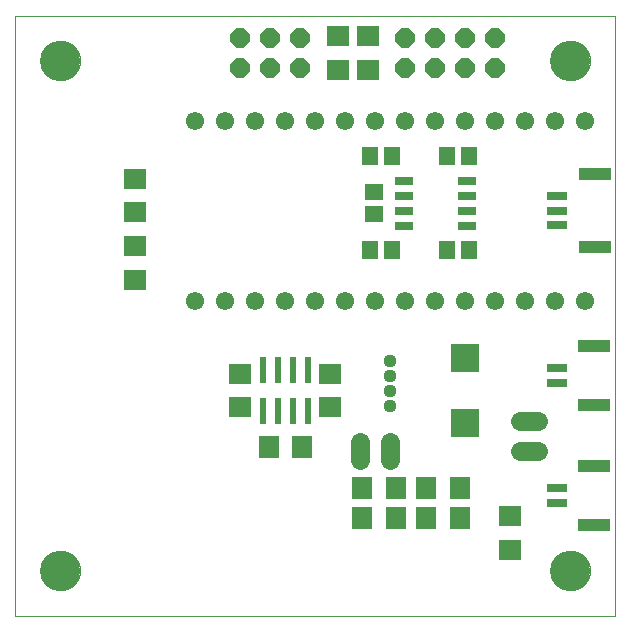
<source format=gts>
G75*
%MOIN*%
%OFA0B0*%
%FSLAX25Y25*%
%IPPOS*%
%LPD*%
%AMOC8*
5,1,8,0,0,1.08239X$1,22.5*
%
%ADD10C,0.00300*%
%ADD11C,0.04400*%
%ADD12C,0.06400*%
%ADD13R,0.02369X0.09061*%
%ADD14R,0.07498X0.06699*%
%ADD15R,0.06699X0.07498*%
%ADD16R,0.06699X0.07487*%
%ADD17R,0.07487X0.06699*%
%ADD18C,0.00000*%
%ADD19C,0.13400*%
%ADD20R,0.09400X0.09400*%
%ADD21OC8,0.06400*%
%ADD22R,0.05518X0.06306*%
%ADD23C,0.06100*%
%ADD24R,0.06400X0.02800*%
%ADD25R,0.06306X0.05518*%
%ADD26R,0.07093X0.02762*%
%ADD27R,0.11030X0.04337*%
D10*
X0270000Y0430000D02*
X0270000Y0630000D01*
X0470000Y0630000D01*
X0470000Y0430000D01*
X0270000Y0430000D01*
D11*
X0395000Y0500000D03*
X0395000Y0505000D03*
X0395000Y0510000D03*
X0395000Y0515000D03*
D12*
X0395000Y0488000D02*
X0395000Y0482000D01*
X0385000Y0482000D02*
X0385000Y0488000D01*
X0438250Y0485000D02*
X0444250Y0485000D01*
X0444250Y0495000D02*
X0438250Y0495000D01*
D13*
X0367382Y0498307D03*
X0362461Y0498307D03*
X0357539Y0498307D03*
X0352618Y0498307D03*
X0352618Y0511693D03*
X0357539Y0511693D03*
X0362461Y0511693D03*
X0367382Y0511693D03*
D14*
X0310000Y0541902D03*
X0310000Y0553098D03*
X0310000Y0564402D03*
X0310000Y0575598D03*
X0377500Y0611902D03*
X0387500Y0611902D03*
X0387500Y0623098D03*
X0377500Y0623098D03*
X0435000Y0463098D03*
X0435000Y0451902D03*
D15*
X0418098Y0462500D03*
X0418098Y0472500D03*
X0406902Y0472500D03*
X0406902Y0462500D03*
X0396848Y0462500D03*
X0396848Y0472500D03*
X0385652Y0472500D03*
X0385652Y0462500D03*
D16*
X0365512Y0486250D03*
X0354488Y0486250D03*
D17*
X0345000Y0499488D03*
X0345000Y0510512D03*
X0375000Y0510512D03*
X0375000Y0499488D03*
D18*
X0448500Y0445000D02*
X0448502Y0445161D01*
X0448508Y0445321D01*
X0448518Y0445482D01*
X0448532Y0445642D01*
X0448550Y0445802D01*
X0448571Y0445961D01*
X0448597Y0446120D01*
X0448627Y0446278D01*
X0448660Y0446435D01*
X0448698Y0446592D01*
X0448739Y0446747D01*
X0448784Y0446901D01*
X0448833Y0447054D01*
X0448886Y0447206D01*
X0448942Y0447357D01*
X0449003Y0447506D01*
X0449066Y0447654D01*
X0449134Y0447800D01*
X0449205Y0447944D01*
X0449279Y0448086D01*
X0449357Y0448227D01*
X0449439Y0448365D01*
X0449524Y0448502D01*
X0449612Y0448636D01*
X0449704Y0448768D01*
X0449799Y0448898D01*
X0449897Y0449026D01*
X0449998Y0449151D01*
X0450102Y0449273D01*
X0450209Y0449393D01*
X0450319Y0449510D01*
X0450432Y0449625D01*
X0450548Y0449736D01*
X0450667Y0449845D01*
X0450788Y0449950D01*
X0450912Y0450053D01*
X0451038Y0450153D01*
X0451166Y0450249D01*
X0451297Y0450342D01*
X0451431Y0450432D01*
X0451566Y0450519D01*
X0451704Y0450602D01*
X0451843Y0450682D01*
X0451985Y0450758D01*
X0452128Y0450831D01*
X0452273Y0450900D01*
X0452420Y0450966D01*
X0452568Y0451028D01*
X0452718Y0451086D01*
X0452869Y0451141D01*
X0453022Y0451192D01*
X0453176Y0451239D01*
X0453331Y0451282D01*
X0453487Y0451321D01*
X0453643Y0451357D01*
X0453801Y0451388D01*
X0453959Y0451416D01*
X0454118Y0451440D01*
X0454278Y0451460D01*
X0454438Y0451476D01*
X0454598Y0451488D01*
X0454759Y0451496D01*
X0454920Y0451500D01*
X0455080Y0451500D01*
X0455241Y0451496D01*
X0455402Y0451488D01*
X0455562Y0451476D01*
X0455722Y0451460D01*
X0455882Y0451440D01*
X0456041Y0451416D01*
X0456199Y0451388D01*
X0456357Y0451357D01*
X0456513Y0451321D01*
X0456669Y0451282D01*
X0456824Y0451239D01*
X0456978Y0451192D01*
X0457131Y0451141D01*
X0457282Y0451086D01*
X0457432Y0451028D01*
X0457580Y0450966D01*
X0457727Y0450900D01*
X0457872Y0450831D01*
X0458015Y0450758D01*
X0458157Y0450682D01*
X0458296Y0450602D01*
X0458434Y0450519D01*
X0458569Y0450432D01*
X0458703Y0450342D01*
X0458834Y0450249D01*
X0458962Y0450153D01*
X0459088Y0450053D01*
X0459212Y0449950D01*
X0459333Y0449845D01*
X0459452Y0449736D01*
X0459568Y0449625D01*
X0459681Y0449510D01*
X0459791Y0449393D01*
X0459898Y0449273D01*
X0460002Y0449151D01*
X0460103Y0449026D01*
X0460201Y0448898D01*
X0460296Y0448768D01*
X0460388Y0448636D01*
X0460476Y0448502D01*
X0460561Y0448365D01*
X0460643Y0448227D01*
X0460721Y0448086D01*
X0460795Y0447944D01*
X0460866Y0447800D01*
X0460934Y0447654D01*
X0460997Y0447506D01*
X0461058Y0447357D01*
X0461114Y0447206D01*
X0461167Y0447054D01*
X0461216Y0446901D01*
X0461261Y0446747D01*
X0461302Y0446592D01*
X0461340Y0446435D01*
X0461373Y0446278D01*
X0461403Y0446120D01*
X0461429Y0445961D01*
X0461450Y0445802D01*
X0461468Y0445642D01*
X0461482Y0445482D01*
X0461492Y0445321D01*
X0461498Y0445161D01*
X0461500Y0445000D01*
X0461498Y0444839D01*
X0461492Y0444679D01*
X0461482Y0444518D01*
X0461468Y0444358D01*
X0461450Y0444198D01*
X0461429Y0444039D01*
X0461403Y0443880D01*
X0461373Y0443722D01*
X0461340Y0443565D01*
X0461302Y0443408D01*
X0461261Y0443253D01*
X0461216Y0443099D01*
X0461167Y0442946D01*
X0461114Y0442794D01*
X0461058Y0442643D01*
X0460997Y0442494D01*
X0460934Y0442346D01*
X0460866Y0442200D01*
X0460795Y0442056D01*
X0460721Y0441914D01*
X0460643Y0441773D01*
X0460561Y0441635D01*
X0460476Y0441498D01*
X0460388Y0441364D01*
X0460296Y0441232D01*
X0460201Y0441102D01*
X0460103Y0440974D01*
X0460002Y0440849D01*
X0459898Y0440727D01*
X0459791Y0440607D01*
X0459681Y0440490D01*
X0459568Y0440375D01*
X0459452Y0440264D01*
X0459333Y0440155D01*
X0459212Y0440050D01*
X0459088Y0439947D01*
X0458962Y0439847D01*
X0458834Y0439751D01*
X0458703Y0439658D01*
X0458569Y0439568D01*
X0458434Y0439481D01*
X0458296Y0439398D01*
X0458157Y0439318D01*
X0458015Y0439242D01*
X0457872Y0439169D01*
X0457727Y0439100D01*
X0457580Y0439034D01*
X0457432Y0438972D01*
X0457282Y0438914D01*
X0457131Y0438859D01*
X0456978Y0438808D01*
X0456824Y0438761D01*
X0456669Y0438718D01*
X0456513Y0438679D01*
X0456357Y0438643D01*
X0456199Y0438612D01*
X0456041Y0438584D01*
X0455882Y0438560D01*
X0455722Y0438540D01*
X0455562Y0438524D01*
X0455402Y0438512D01*
X0455241Y0438504D01*
X0455080Y0438500D01*
X0454920Y0438500D01*
X0454759Y0438504D01*
X0454598Y0438512D01*
X0454438Y0438524D01*
X0454278Y0438540D01*
X0454118Y0438560D01*
X0453959Y0438584D01*
X0453801Y0438612D01*
X0453643Y0438643D01*
X0453487Y0438679D01*
X0453331Y0438718D01*
X0453176Y0438761D01*
X0453022Y0438808D01*
X0452869Y0438859D01*
X0452718Y0438914D01*
X0452568Y0438972D01*
X0452420Y0439034D01*
X0452273Y0439100D01*
X0452128Y0439169D01*
X0451985Y0439242D01*
X0451843Y0439318D01*
X0451704Y0439398D01*
X0451566Y0439481D01*
X0451431Y0439568D01*
X0451297Y0439658D01*
X0451166Y0439751D01*
X0451038Y0439847D01*
X0450912Y0439947D01*
X0450788Y0440050D01*
X0450667Y0440155D01*
X0450548Y0440264D01*
X0450432Y0440375D01*
X0450319Y0440490D01*
X0450209Y0440607D01*
X0450102Y0440727D01*
X0449998Y0440849D01*
X0449897Y0440974D01*
X0449799Y0441102D01*
X0449704Y0441232D01*
X0449612Y0441364D01*
X0449524Y0441498D01*
X0449439Y0441635D01*
X0449357Y0441773D01*
X0449279Y0441914D01*
X0449205Y0442056D01*
X0449134Y0442200D01*
X0449066Y0442346D01*
X0449003Y0442494D01*
X0448942Y0442643D01*
X0448886Y0442794D01*
X0448833Y0442946D01*
X0448784Y0443099D01*
X0448739Y0443253D01*
X0448698Y0443408D01*
X0448660Y0443565D01*
X0448627Y0443722D01*
X0448597Y0443880D01*
X0448571Y0444039D01*
X0448550Y0444198D01*
X0448532Y0444358D01*
X0448518Y0444518D01*
X0448508Y0444679D01*
X0448502Y0444839D01*
X0448500Y0445000D01*
X0448500Y0615000D02*
X0448502Y0615161D01*
X0448508Y0615321D01*
X0448518Y0615482D01*
X0448532Y0615642D01*
X0448550Y0615802D01*
X0448571Y0615961D01*
X0448597Y0616120D01*
X0448627Y0616278D01*
X0448660Y0616435D01*
X0448698Y0616592D01*
X0448739Y0616747D01*
X0448784Y0616901D01*
X0448833Y0617054D01*
X0448886Y0617206D01*
X0448942Y0617357D01*
X0449003Y0617506D01*
X0449066Y0617654D01*
X0449134Y0617800D01*
X0449205Y0617944D01*
X0449279Y0618086D01*
X0449357Y0618227D01*
X0449439Y0618365D01*
X0449524Y0618502D01*
X0449612Y0618636D01*
X0449704Y0618768D01*
X0449799Y0618898D01*
X0449897Y0619026D01*
X0449998Y0619151D01*
X0450102Y0619273D01*
X0450209Y0619393D01*
X0450319Y0619510D01*
X0450432Y0619625D01*
X0450548Y0619736D01*
X0450667Y0619845D01*
X0450788Y0619950D01*
X0450912Y0620053D01*
X0451038Y0620153D01*
X0451166Y0620249D01*
X0451297Y0620342D01*
X0451431Y0620432D01*
X0451566Y0620519D01*
X0451704Y0620602D01*
X0451843Y0620682D01*
X0451985Y0620758D01*
X0452128Y0620831D01*
X0452273Y0620900D01*
X0452420Y0620966D01*
X0452568Y0621028D01*
X0452718Y0621086D01*
X0452869Y0621141D01*
X0453022Y0621192D01*
X0453176Y0621239D01*
X0453331Y0621282D01*
X0453487Y0621321D01*
X0453643Y0621357D01*
X0453801Y0621388D01*
X0453959Y0621416D01*
X0454118Y0621440D01*
X0454278Y0621460D01*
X0454438Y0621476D01*
X0454598Y0621488D01*
X0454759Y0621496D01*
X0454920Y0621500D01*
X0455080Y0621500D01*
X0455241Y0621496D01*
X0455402Y0621488D01*
X0455562Y0621476D01*
X0455722Y0621460D01*
X0455882Y0621440D01*
X0456041Y0621416D01*
X0456199Y0621388D01*
X0456357Y0621357D01*
X0456513Y0621321D01*
X0456669Y0621282D01*
X0456824Y0621239D01*
X0456978Y0621192D01*
X0457131Y0621141D01*
X0457282Y0621086D01*
X0457432Y0621028D01*
X0457580Y0620966D01*
X0457727Y0620900D01*
X0457872Y0620831D01*
X0458015Y0620758D01*
X0458157Y0620682D01*
X0458296Y0620602D01*
X0458434Y0620519D01*
X0458569Y0620432D01*
X0458703Y0620342D01*
X0458834Y0620249D01*
X0458962Y0620153D01*
X0459088Y0620053D01*
X0459212Y0619950D01*
X0459333Y0619845D01*
X0459452Y0619736D01*
X0459568Y0619625D01*
X0459681Y0619510D01*
X0459791Y0619393D01*
X0459898Y0619273D01*
X0460002Y0619151D01*
X0460103Y0619026D01*
X0460201Y0618898D01*
X0460296Y0618768D01*
X0460388Y0618636D01*
X0460476Y0618502D01*
X0460561Y0618365D01*
X0460643Y0618227D01*
X0460721Y0618086D01*
X0460795Y0617944D01*
X0460866Y0617800D01*
X0460934Y0617654D01*
X0460997Y0617506D01*
X0461058Y0617357D01*
X0461114Y0617206D01*
X0461167Y0617054D01*
X0461216Y0616901D01*
X0461261Y0616747D01*
X0461302Y0616592D01*
X0461340Y0616435D01*
X0461373Y0616278D01*
X0461403Y0616120D01*
X0461429Y0615961D01*
X0461450Y0615802D01*
X0461468Y0615642D01*
X0461482Y0615482D01*
X0461492Y0615321D01*
X0461498Y0615161D01*
X0461500Y0615000D01*
X0461498Y0614839D01*
X0461492Y0614679D01*
X0461482Y0614518D01*
X0461468Y0614358D01*
X0461450Y0614198D01*
X0461429Y0614039D01*
X0461403Y0613880D01*
X0461373Y0613722D01*
X0461340Y0613565D01*
X0461302Y0613408D01*
X0461261Y0613253D01*
X0461216Y0613099D01*
X0461167Y0612946D01*
X0461114Y0612794D01*
X0461058Y0612643D01*
X0460997Y0612494D01*
X0460934Y0612346D01*
X0460866Y0612200D01*
X0460795Y0612056D01*
X0460721Y0611914D01*
X0460643Y0611773D01*
X0460561Y0611635D01*
X0460476Y0611498D01*
X0460388Y0611364D01*
X0460296Y0611232D01*
X0460201Y0611102D01*
X0460103Y0610974D01*
X0460002Y0610849D01*
X0459898Y0610727D01*
X0459791Y0610607D01*
X0459681Y0610490D01*
X0459568Y0610375D01*
X0459452Y0610264D01*
X0459333Y0610155D01*
X0459212Y0610050D01*
X0459088Y0609947D01*
X0458962Y0609847D01*
X0458834Y0609751D01*
X0458703Y0609658D01*
X0458569Y0609568D01*
X0458434Y0609481D01*
X0458296Y0609398D01*
X0458157Y0609318D01*
X0458015Y0609242D01*
X0457872Y0609169D01*
X0457727Y0609100D01*
X0457580Y0609034D01*
X0457432Y0608972D01*
X0457282Y0608914D01*
X0457131Y0608859D01*
X0456978Y0608808D01*
X0456824Y0608761D01*
X0456669Y0608718D01*
X0456513Y0608679D01*
X0456357Y0608643D01*
X0456199Y0608612D01*
X0456041Y0608584D01*
X0455882Y0608560D01*
X0455722Y0608540D01*
X0455562Y0608524D01*
X0455402Y0608512D01*
X0455241Y0608504D01*
X0455080Y0608500D01*
X0454920Y0608500D01*
X0454759Y0608504D01*
X0454598Y0608512D01*
X0454438Y0608524D01*
X0454278Y0608540D01*
X0454118Y0608560D01*
X0453959Y0608584D01*
X0453801Y0608612D01*
X0453643Y0608643D01*
X0453487Y0608679D01*
X0453331Y0608718D01*
X0453176Y0608761D01*
X0453022Y0608808D01*
X0452869Y0608859D01*
X0452718Y0608914D01*
X0452568Y0608972D01*
X0452420Y0609034D01*
X0452273Y0609100D01*
X0452128Y0609169D01*
X0451985Y0609242D01*
X0451843Y0609318D01*
X0451704Y0609398D01*
X0451566Y0609481D01*
X0451431Y0609568D01*
X0451297Y0609658D01*
X0451166Y0609751D01*
X0451038Y0609847D01*
X0450912Y0609947D01*
X0450788Y0610050D01*
X0450667Y0610155D01*
X0450548Y0610264D01*
X0450432Y0610375D01*
X0450319Y0610490D01*
X0450209Y0610607D01*
X0450102Y0610727D01*
X0449998Y0610849D01*
X0449897Y0610974D01*
X0449799Y0611102D01*
X0449704Y0611232D01*
X0449612Y0611364D01*
X0449524Y0611498D01*
X0449439Y0611635D01*
X0449357Y0611773D01*
X0449279Y0611914D01*
X0449205Y0612056D01*
X0449134Y0612200D01*
X0449066Y0612346D01*
X0449003Y0612494D01*
X0448942Y0612643D01*
X0448886Y0612794D01*
X0448833Y0612946D01*
X0448784Y0613099D01*
X0448739Y0613253D01*
X0448698Y0613408D01*
X0448660Y0613565D01*
X0448627Y0613722D01*
X0448597Y0613880D01*
X0448571Y0614039D01*
X0448550Y0614198D01*
X0448532Y0614358D01*
X0448518Y0614518D01*
X0448508Y0614679D01*
X0448502Y0614839D01*
X0448500Y0615000D01*
X0278500Y0615000D02*
X0278502Y0615161D01*
X0278508Y0615321D01*
X0278518Y0615482D01*
X0278532Y0615642D01*
X0278550Y0615802D01*
X0278571Y0615961D01*
X0278597Y0616120D01*
X0278627Y0616278D01*
X0278660Y0616435D01*
X0278698Y0616592D01*
X0278739Y0616747D01*
X0278784Y0616901D01*
X0278833Y0617054D01*
X0278886Y0617206D01*
X0278942Y0617357D01*
X0279003Y0617506D01*
X0279066Y0617654D01*
X0279134Y0617800D01*
X0279205Y0617944D01*
X0279279Y0618086D01*
X0279357Y0618227D01*
X0279439Y0618365D01*
X0279524Y0618502D01*
X0279612Y0618636D01*
X0279704Y0618768D01*
X0279799Y0618898D01*
X0279897Y0619026D01*
X0279998Y0619151D01*
X0280102Y0619273D01*
X0280209Y0619393D01*
X0280319Y0619510D01*
X0280432Y0619625D01*
X0280548Y0619736D01*
X0280667Y0619845D01*
X0280788Y0619950D01*
X0280912Y0620053D01*
X0281038Y0620153D01*
X0281166Y0620249D01*
X0281297Y0620342D01*
X0281431Y0620432D01*
X0281566Y0620519D01*
X0281704Y0620602D01*
X0281843Y0620682D01*
X0281985Y0620758D01*
X0282128Y0620831D01*
X0282273Y0620900D01*
X0282420Y0620966D01*
X0282568Y0621028D01*
X0282718Y0621086D01*
X0282869Y0621141D01*
X0283022Y0621192D01*
X0283176Y0621239D01*
X0283331Y0621282D01*
X0283487Y0621321D01*
X0283643Y0621357D01*
X0283801Y0621388D01*
X0283959Y0621416D01*
X0284118Y0621440D01*
X0284278Y0621460D01*
X0284438Y0621476D01*
X0284598Y0621488D01*
X0284759Y0621496D01*
X0284920Y0621500D01*
X0285080Y0621500D01*
X0285241Y0621496D01*
X0285402Y0621488D01*
X0285562Y0621476D01*
X0285722Y0621460D01*
X0285882Y0621440D01*
X0286041Y0621416D01*
X0286199Y0621388D01*
X0286357Y0621357D01*
X0286513Y0621321D01*
X0286669Y0621282D01*
X0286824Y0621239D01*
X0286978Y0621192D01*
X0287131Y0621141D01*
X0287282Y0621086D01*
X0287432Y0621028D01*
X0287580Y0620966D01*
X0287727Y0620900D01*
X0287872Y0620831D01*
X0288015Y0620758D01*
X0288157Y0620682D01*
X0288296Y0620602D01*
X0288434Y0620519D01*
X0288569Y0620432D01*
X0288703Y0620342D01*
X0288834Y0620249D01*
X0288962Y0620153D01*
X0289088Y0620053D01*
X0289212Y0619950D01*
X0289333Y0619845D01*
X0289452Y0619736D01*
X0289568Y0619625D01*
X0289681Y0619510D01*
X0289791Y0619393D01*
X0289898Y0619273D01*
X0290002Y0619151D01*
X0290103Y0619026D01*
X0290201Y0618898D01*
X0290296Y0618768D01*
X0290388Y0618636D01*
X0290476Y0618502D01*
X0290561Y0618365D01*
X0290643Y0618227D01*
X0290721Y0618086D01*
X0290795Y0617944D01*
X0290866Y0617800D01*
X0290934Y0617654D01*
X0290997Y0617506D01*
X0291058Y0617357D01*
X0291114Y0617206D01*
X0291167Y0617054D01*
X0291216Y0616901D01*
X0291261Y0616747D01*
X0291302Y0616592D01*
X0291340Y0616435D01*
X0291373Y0616278D01*
X0291403Y0616120D01*
X0291429Y0615961D01*
X0291450Y0615802D01*
X0291468Y0615642D01*
X0291482Y0615482D01*
X0291492Y0615321D01*
X0291498Y0615161D01*
X0291500Y0615000D01*
X0291498Y0614839D01*
X0291492Y0614679D01*
X0291482Y0614518D01*
X0291468Y0614358D01*
X0291450Y0614198D01*
X0291429Y0614039D01*
X0291403Y0613880D01*
X0291373Y0613722D01*
X0291340Y0613565D01*
X0291302Y0613408D01*
X0291261Y0613253D01*
X0291216Y0613099D01*
X0291167Y0612946D01*
X0291114Y0612794D01*
X0291058Y0612643D01*
X0290997Y0612494D01*
X0290934Y0612346D01*
X0290866Y0612200D01*
X0290795Y0612056D01*
X0290721Y0611914D01*
X0290643Y0611773D01*
X0290561Y0611635D01*
X0290476Y0611498D01*
X0290388Y0611364D01*
X0290296Y0611232D01*
X0290201Y0611102D01*
X0290103Y0610974D01*
X0290002Y0610849D01*
X0289898Y0610727D01*
X0289791Y0610607D01*
X0289681Y0610490D01*
X0289568Y0610375D01*
X0289452Y0610264D01*
X0289333Y0610155D01*
X0289212Y0610050D01*
X0289088Y0609947D01*
X0288962Y0609847D01*
X0288834Y0609751D01*
X0288703Y0609658D01*
X0288569Y0609568D01*
X0288434Y0609481D01*
X0288296Y0609398D01*
X0288157Y0609318D01*
X0288015Y0609242D01*
X0287872Y0609169D01*
X0287727Y0609100D01*
X0287580Y0609034D01*
X0287432Y0608972D01*
X0287282Y0608914D01*
X0287131Y0608859D01*
X0286978Y0608808D01*
X0286824Y0608761D01*
X0286669Y0608718D01*
X0286513Y0608679D01*
X0286357Y0608643D01*
X0286199Y0608612D01*
X0286041Y0608584D01*
X0285882Y0608560D01*
X0285722Y0608540D01*
X0285562Y0608524D01*
X0285402Y0608512D01*
X0285241Y0608504D01*
X0285080Y0608500D01*
X0284920Y0608500D01*
X0284759Y0608504D01*
X0284598Y0608512D01*
X0284438Y0608524D01*
X0284278Y0608540D01*
X0284118Y0608560D01*
X0283959Y0608584D01*
X0283801Y0608612D01*
X0283643Y0608643D01*
X0283487Y0608679D01*
X0283331Y0608718D01*
X0283176Y0608761D01*
X0283022Y0608808D01*
X0282869Y0608859D01*
X0282718Y0608914D01*
X0282568Y0608972D01*
X0282420Y0609034D01*
X0282273Y0609100D01*
X0282128Y0609169D01*
X0281985Y0609242D01*
X0281843Y0609318D01*
X0281704Y0609398D01*
X0281566Y0609481D01*
X0281431Y0609568D01*
X0281297Y0609658D01*
X0281166Y0609751D01*
X0281038Y0609847D01*
X0280912Y0609947D01*
X0280788Y0610050D01*
X0280667Y0610155D01*
X0280548Y0610264D01*
X0280432Y0610375D01*
X0280319Y0610490D01*
X0280209Y0610607D01*
X0280102Y0610727D01*
X0279998Y0610849D01*
X0279897Y0610974D01*
X0279799Y0611102D01*
X0279704Y0611232D01*
X0279612Y0611364D01*
X0279524Y0611498D01*
X0279439Y0611635D01*
X0279357Y0611773D01*
X0279279Y0611914D01*
X0279205Y0612056D01*
X0279134Y0612200D01*
X0279066Y0612346D01*
X0279003Y0612494D01*
X0278942Y0612643D01*
X0278886Y0612794D01*
X0278833Y0612946D01*
X0278784Y0613099D01*
X0278739Y0613253D01*
X0278698Y0613408D01*
X0278660Y0613565D01*
X0278627Y0613722D01*
X0278597Y0613880D01*
X0278571Y0614039D01*
X0278550Y0614198D01*
X0278532Y0614358D01*
X0278518Y0614518D01*
X0278508Y0614679D01*
X0278502Y0614839D01*
X0278500Y0615000D01*
X0278500Y0445000D02*
X0278502Y0445161D01*
X0278508Y0445321D01*
X0278518Y0445482D01*
X0278532Y0445642D01*
X0278550Y0445802D01*
X0278571Y0445961D01*
X0278597Y0446120D01*
X0278627Y0446278D01*
X0278660Y0446435D01*
X0278698Y0446592D01*
X0278739Y0446747D01*
X0278784Y0446901D01*
X0278833Y0447054D01*
X0278886Y0447206D01*
X0278942Y0447357D01*
X0279003Y0447506D01*
X0279066Y0447654D01*
X0279134Y0447800D01*
X0279205Y0447944D01*
X0279279Y0448086D01*
X0279357Y0448227D01*
X0279439Y0448365D01*
X0279524Y0448502D01*
X0279612Y0448636D01*
X0279704Y0448768D01*
X0279799Y0448898D01*
X0279897Y0449026D01*
X0279998Y0449151D01*
X0280102Y0449273D01*
X0280209Y0449393D01*
X0280319Y0449510D01*
X0280432Y0449625D01*
X0280548Y0449736D01*
X0280667Y0449845D01*
X0280788Y0449950D01*
X0280912Y0450053D01*
X0281038Y0450153D01*
X0281166Y0450249D01*
X0281297Y0450342D01*
X0281431Y0450432D01*
X0281566Y0450519D01*
X0281704Y0450602D01*
X0281843Y0450682D01*
X0281985Y0450758D01*
X0282128Y0450831D01*
X0282273Y0450900D01*
X0282420Y0450966D01*
X0282568Y0451028D01*
X0282718Y0451086D01*
X0282869Y0451141D01*
X0283022Y0451192D01*
X0283176Y0451239D01*
X0283331Y0451282D01*
X0283487Y0451321D01*
X0283643Y0451357D01*
X0283801Y0451388D01*
X0283959Y0451416D01*
X0284118Y0451440D01*
X0284278Y0451460D01*
X0284438Y0451476D01*
X0284598Y0451488D01*
X0284759Y0451496D01*
X0284920Y0451500D01*
X0285080Y0451500D01*
X0285241Y0451496D01*
X0285402Y0451488D01*
X0285562Y0451476D01*
X0285722Y0451460D01*
X0285882Y0451440D01*
X0286041Y0451416D01*
X0286199Y0451388D01*
X0286357Y0451357D01*
X0286513Y0451321D01*
X0286669Y0451282D01*
X0286824Y0451239D01*
X0286978Y0451192D01*
X0287131Y0451141D01*
X0287282Y0451086D01*
X0287432Y0451028D01*
X0287580Y0450966D01*
X0287727Y0450900D01*
X0287872Y0450831D01*
X0288015Y0450758D01*
X0288157Y0450682D01*
X0288296Y0450602D01*
X0288434Y0450519D01*
X0288569Y0450432D01*
X0288703Y0450342D01*
X0288834Y0450249D01*
X0288962Y0450153D01*
X0289088Y0450053D01*
X0289212Y0449950D01*
X0289333Y0449845D01*
X0289452Y0449736D01*
X0289568Y0449625D01*
X0289681Y0449510D01*
X0289791Y0449393D01*
X0289898Y0449273D01*
X0290002Y0449151D01*
X0290103Y0449026D01*
X0290201Y0448898D01*
X0290296Y0448768D01*
X0290388Y0448636D01*
X0290476Y0448502D01*
X0290561Y0448365D01*
X0290643Y0448227D01*
X0290721Y0448086D01*
X0290795Y0447944D01*
X0290866Y0447800D01*
X0290934Y0447654D01*
X0290997Y0447506D01*
X0291058Y0447357D01*
X0291114Y0447206D01*
X0291167Y0447054D01*
X0291216Y0446901D01*
X0291261Y0446747D01*
X0291302Y0446592D01*
X0291340Y0446435D01*
X0291373Y0446278D01*
X0291403Y0446120D01*
X0291429Y0445961D01*
X0291450Y0445802D01*
X0291468Y0445642D01*
X0291482Y0445482D01*
X0291492Y0445321D01*
X0291498Y0445161D01*
X0291500Y0445000D01*
X0291498Y0444839D01*
X0291492Y0444679D01*
X0291482Y0444518D01*
X0291468Y0444358D01*
X0291450Y0444198D01*
X0291429Y0444039D01*
X0291403Y0443880D01*
X0291373Y0443722D01*
X0291340Y0443565D01*
X0291302Y0443408D01*
X0291261Y0443253D01*
X0291216Y0443099D01*
X0291167Y0442946D01*
X0291114Y0442794D01*
X0291058Y0442643D01*
X0290997Y0442494D01*
X0290934Y0442346D01*
X0290866Y0442200D01*
X0290795Y0442056D01*
X0290721Y0441914D01*
X0290643Y0441773D01*
X0290561Y0441635D01*
X0290476Y0441498D01*
X0290388Y0441364D01*
X0290296Y0441232D01*
X0290201Y0441102D01*
X0290103Y0440974D01*
X0290002Y0440849D01*
X0289898Y0440727D01*
X0289791Y0440607D01*
X0289681Y0440490D01*
X0289568Y0440375D01*
X0289452Y0440264D01*
X0289333Y0440155D01*
X0289212Y0440050D01*
X0289088Y0439947D01*
X0288962Y0439847D01*
X0288834Y0439751D01*
X0288703Y0439658D01*
X0288569Y0439568D01*
X0288434Y0439481D01*
X0288296Y0439398D01*
X0288157Y0439318D01*
X0288015Y0439242D01*
X0287872Y0439169D01*
X0287727Y0439100D01*
X0287580Y0439034D01*
X0287432Y0438972D01*
X0287282Y0438914D01*
X0287131Y0438859D01*
X0286978Y0438808D01*
X0286824Y0438761D01*
X0286669Y0438718D01*
X0286513Y0438679D01*
X0286357Y0438643D01*
X0286199Y0438612D01*
X0286041Y0438584D01*
X0285882Y0438560D01*
X0285722Y0438540D01*
X0285562Y0438524D01*
X0285402Y0438512D01*
X0285241Y0438504D01*
X0285080Y0438500D01*
X0284920Y0438500D01*
X0284759Y0438504D01*
X0284598Y0438512D01*
X0284438Y0438524D01*
X0284278Y0438540D01*
X0284118Y0438560D01*
X0283959Y0438584D01*
X0283801Y0438612D01*
X0283643Y0438643D01*
X0283487Y0438679D01*
X0283331Y0438718D01*
X0283176Y0438761D01*
X0283022Y0438808D01*
X0282869Y0438859D01*
X0282718Y0438914D01*
X0282568Y0438972D01*
X0282420Y0439034D01*
X0282273Y0439100D01*
X0282128Y0439169D01*
X0281985Y0439242D01*
X0281843Y0439318D01*
X0281704Y0439398D01*
X0281566Y0439481D01*
X0281431Y0439568D01*
X0281297Y0439658D01*
X0281166Y0439751D01*
X0281038Y0439847D01*
X0280912Y0439947D01*
X0280788Y0440050D01*
X0280667Y0440155D01*
X0280548Y0440264D01*
X0280432Y0440375D01*
X0280319Y0440490D01*
X0280209Y0440607D01*
X0280102Y0440727D01*
X0279998Y0440849D01*
X0279897Y0440974D01*
X0279799Y0441102D01*
X0279704Y0441232D01*
X0279612Y0441364D01*
X0279524Y0441498D01*
X0279439Y0441635D01*
X0279357Y0441773D01*
X0279279Y0441914D01*
X0279205Y0442056D01*
X0279134Y0442200D01*
X0279066Y0442346D01*
X0279003Y0442494D01*
X0278942Y0442643D01*
X0278886Y0442794D01*
X0278833Y0442946D01*
X0278784Y0443099D01*
X0278739Y0443253D01*
X0278698Y0443408D01*
X0278660Y0443565D01*
X0278627Y0443722D01*
X0278597Y0443880D01*
X0278571Y0444039D01*
X0278550Y0444198D01*
X0278532Y0444358D01*
X0278518Y0444518D01*
X0278508Y0444679D01*
X0278502Y0444839D01*
X0278500Y0445000D01*
D19*
X0285000Y0445000D03*
X0285000Y0615000D03*
X0455000Y0615000D03*
X0455000Y0445000D03*
D20*
X0420000Y0494150D03*
X0420000Y0515850D03*
D21*
X0420000Y0612500D03*
X0420000Y0622500D03*
X0410000Y0622500D03*
X0410000Y0612500D03*
X0400000Y0612500D03*
X0400000Y0622500D03*
X0430000Y0622500D03*
X0430000Y0612500D03*
X0365000Y0612500D03*
X0365000Y0622500D03*
X0355000Y0622500D03*
X0355000Y0612500D03*
X0345000Y0612500D03*
X0345000Y0622500D03*
D22*
X0388135Y0583125D03*
X0395615Y0583125D03*
X0413760Y0583125D03*
X0421240Y0583125D03*
X0421240Y0551875D03*
X0413760Y0551875D03*
X0395615Y0551875D03*
X0388135Y0551875D03*
D23*
X0390000Y0535000D03*
X0380000Y0535000D03*
X0370000Y0535000D03*
X0360000Y0535000D03*
X0350000Y0535000D03*
X0340000Y0535000D03*
X0330000Y0535000D03*
X0330000Y0595000D03*
X0340000Y0595000D03*
X0350000Y0595000D03*
X0360000Y0595000D03*
X0370000Y0595000D03*
X0380000Y0595000D03*
X0390000Y0595000D03*
X0400000Y0595000D03*
X0410000Y0595000D03*
X0420000Y0595000D03*
X0430000Y0595000D03*
X0440000Y0595000D03*
X0450000Y0595000D03*
X0460000Y0595000D03*
X0460000Y0535000D03*
X0450000Y0535000D03*
X0440000Y0535000D03*
X0430000Y0535000D03*
X0420000Y0535000D03*
X0410000Y0535000D03*
X0400000Y0535000D03*
D24*
X0399400Y0560000D03*
X0399400Y0565000D03*
X0399400Y0570000D03*
X0399400Y0575000D03*
X0420600Y0575000D03*
X0420600Y0570000D03*
X0420600Y0565000D03*
X0420600Y0560000D03*
D25*
X0389375Y0563760D03*
X0389375Y0571240D03*
D26*
X0450529Y0569921D03*
X0450529Y0565000D03*
X0450529Y0560079D03*
X0450404Y0512461D03*
X0450404Y0507539D03*
X0450404Y0472461D03*
X0450404Y0467539D03*
D27*
X0463002Y0460256D03*
X0463002Y0479744D03*
X0463002Y0500256D03*
X0463002Y0519744D03*
X0463127Y0552795D03*
X0463127Y0577205D03*
M02*

</source>
